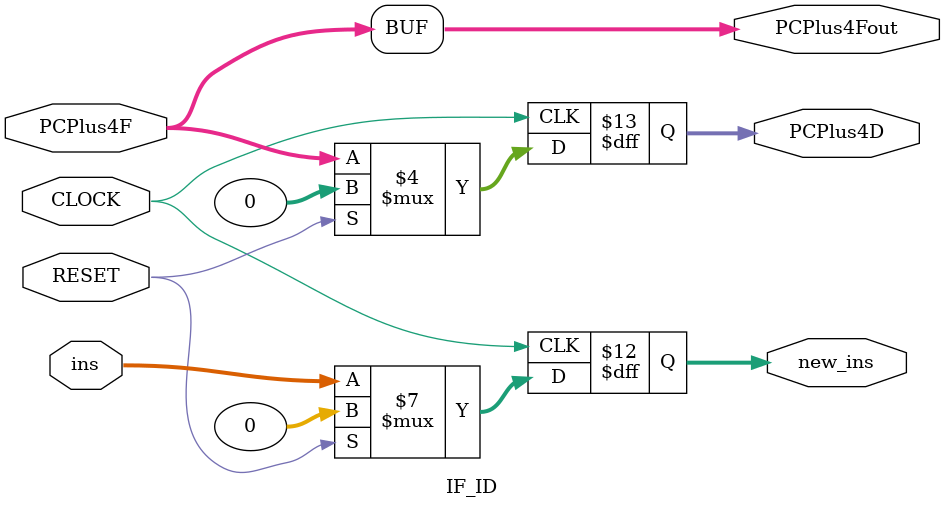
<source format=v>
`timescale 100fs/100fs
module IF_ID(CLOCK,RESET,PCPlus4D,PCPlus4F,ins,new_ins,PCPlus4Fout);

//define inputs and outputs with corresponding length and type
input CLOCK,RESET;
input [31:0] ins,PCPlus4F;
output reg [31:0] new_ins,PCPlus4D;
output [31:0] PCPlus4Fout;

reg [31:0] PC;

always @(posedge CLOCK)
begin 
  if (RESET!=1)
  begin
    new_ins  <= ins ;
    PCPlus4D   <= PCPlus4F;
  end
  else
  begin
    new_ins <= 32'b0;
    PCPlus4D  <= 0;
    PC <= 0;
  end
end
assign PCPlus4Fout = PCPlus4F;

endmodule
</source>
